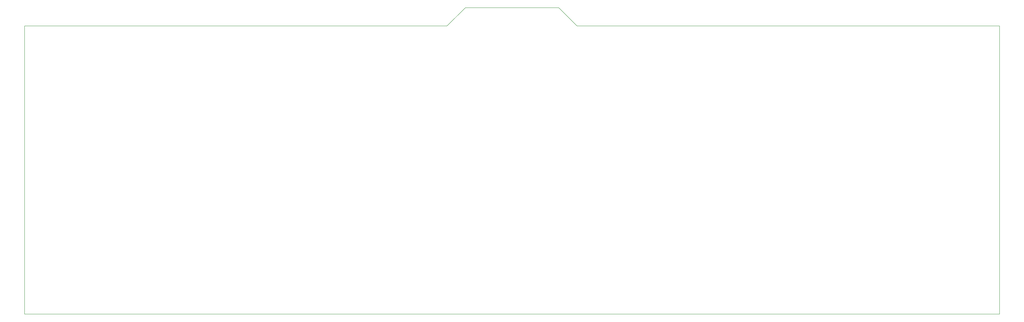
<source format=gbr>
G04 #@! TF.GenerationSoftware,KiCad,Pcbnew,(5.1.7)-1*
G04 #@! TF.CreationDate,2021-02-27T15:38:23-05:00*
G04 #@! TF.ProjectId,OpeNITHM-full,4f70654e-4954-4484-9d2d-66756c6c2e6b,rev?*
G04 #@! TF.SameCoordinates,Original*
G04 #@! TF.FileFunction,Profile,NP*
%FSLAX46Y46*%
G04 Gerber Fmt 4.6, Leading zero omitted, Abs format (unit mm)*
G04 Created by KiCad (PCBNEW (5.1.7)-1) date 2021-02-27 15:38:23*
%MOMM*%
%LPD*%
G01*
G04 APERTURE LIST*
G04 #@! TA.AperFunction,Profile*
%ADD10C,0.150000*%
G04 #@! TD*
G04 APERTURE END LIST*
D10*
X148000000Y-5000000D02*
X171000000Y-5000000D01*
X180000000Y-14000000D02*
X388000000Y-14000000D01*
X116000000Y-14000000D02*
X125000000Y-5000000D01*
X180000000Y-14000000D02*
X171000000Y-5000000D01*
X125000000Y-5000000D02*
X148000000Y-5000000D01*
X-92000000Y-14000000D02*
X-92000000Y-156000000D01*
X388000000Y-156000000D02*
X-92000000Y-156000000D01*
X388000000Y-14000000D02*
X388000000Y-156000000D01*
X-92000000Y-14000000D02*
X116000000Y-14000000D01*
M02*

</source>
